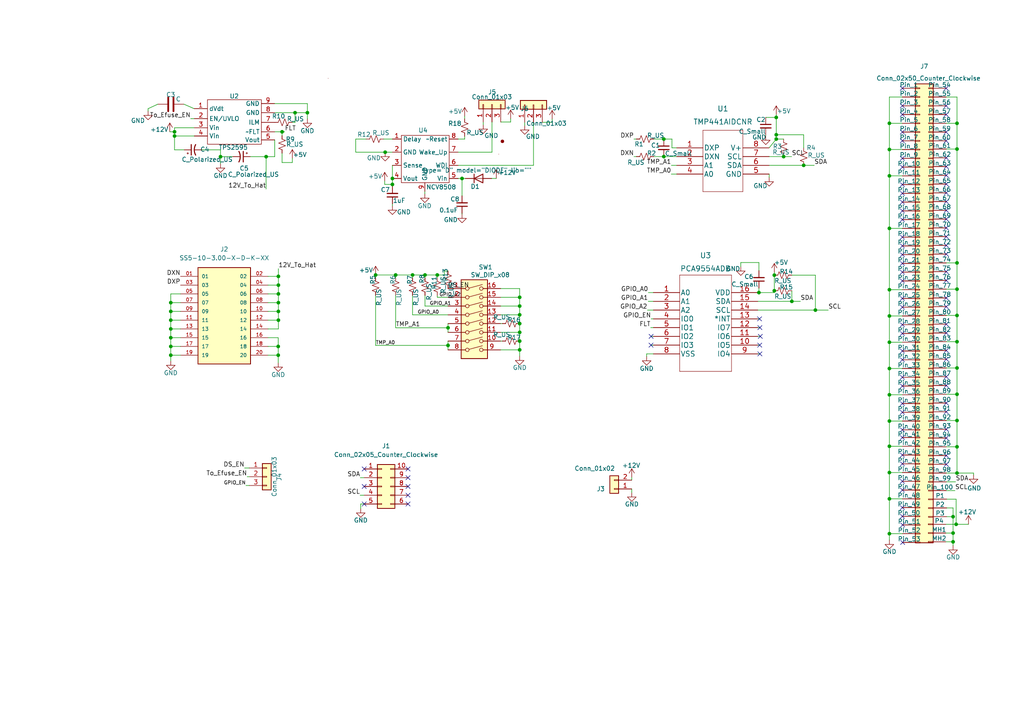
<source format=kicad_sch>
(kicad_sch (version 20211123) (generator eeschema)
  (paper "A4")
  (title_block (title "PERRI Board") (rev "0"))
  (junction (at 224.5868 79.8068))
  (junction (at 229.6668 87.4014))
  (junction (at 277.5712 35.7632))
  (junction (at 49.53 97.9424))
  (junction (at 134.0104 51.7652))
  (junction (at 108.9406 79.756))
  (junction (at 50.6222 38.227))
  (junction (at 80.7466 85.2424))
  (junction (at 220.1164 84.8614))
  (junction (at 77.1906 45.4406))
  (junction (at 150.7236 88.773))
  (junction (at 150.7236 93.853))
  (junction (at 257.9624 99.2632))
  (junction (at 80.6958 100.4824))
  (junction (at 257.9624 122.1232))
  (junction (at 257.9624 154.7876))
  (junction (at 257.9624 66.2432))
  (junction (at 49.53 100.4824))
  (junction (at 150.7236 101.473))
  (junction (at 257.9624 51.0032))
  (junction (at 49.53 87.7824))
  (junction (at 81.8134 38.227))
  (junction (at 129.9464 95.0722))
  (junction (at 49.53 95.4024))
  (junction (at 49.53 92.8624))
  (junction (at 192.532 45.4152))
  (junction (at 257.9624 137.0584))
  (junction (at 192.532 40.3352))
  (junction (at 227.2792 45.4152))
  (junction (at 50.6222 39.4462))
  (junction (at 257.9624 129.4384))
  (junction (at 257.9624 114.5032))
  (junction (at 277.5712 43.2308))
  (junction (at 63.9572 45.4406))
  (junction (at 225.1456 34.0614))
  (junction (at 80.7466 87.7824))
  (junction (at 257.9624 106.8832))
  (junction (at 80.7466 90.3224))
  (junction (at 49.53 90.3224))
  (junction (at 80.7466 80.1624))
  (junction (at 277.5712 121.9708))
  (junction (at 225.1456 39.0906))
  (junction (at 85.5726 32.6898))
  (junction (at 257.9624 91.6432))
  (junction (at 119.6594 79.756))
  (junction (at 113.8174 53.4924))
  (junction (at 277.3172 152.0698))
  (junction (at 276.4282 154.6098))
  (junction (at 49.53 103.0224))
  (junction (at 257.9624 43.3578))
  (junction (at 225.1456 40.3352))
  (junction (at 277.5712 76.2508))
  (junction (at 80.7466 92.8624))
  (junction (at 150.7236 96.393))
  (junction (at 114.7572 79.756))
  (junction (at 89.154 32.6898))
  (junction (at 126.8222 79.756))
  (junction (at 257.9624 35.7632))
  (junction (at 277.5712 114.3508))
  (junction (at 123.2662 79.756))
  (junction (at 277.5712 137.2108))
  (junction (at 277.5712 129.5908))
  (junction (at 257.9624 84.0232))
  (junction (at 277.5712 83.8708))
  (junction (at 224.5868 84.328))
  (junction (at 129.9464 100.1776))
  (junction (at 277.5712 99.1108))
  (junction (at 150.7236 98.933))
  (junction (at 276.4282 149.86))
  (junction (at 277.5712 106.7308))
  (junction (at 257.9624 144.6784))
  (junction (at 277.5712 91.4908))
  (junction (at 150.7236 91.313))
  (junction (at 150.7236 86.233))
  (junction (at 236.4994 89.9414))
  (junction (at 80.6958 103.0224))
  (junction (at 276.4282 157.1498))
  (junction (at 80.7466 82.7024))
  (junction (at 113.8174 51.7652))
  (junction (at 233.0958 47.9552))
  (junction (at 111.7092 44.1452))
  (no_connect (at 274.4724 66.0908))
  (no_connect (at 261.7216 30.6832))
  (no_connect (at 118.3386 136.017))
  (no_connect (at 274.4724 94.0308))
  (no_connect (at 118.3386 138.557))
  (no_connect (at 261.7216 96.7232))
  (no_connect (at 274.4724 111.8108))
  (no_connect (at 274.4724 81.3308))
  (no_connect (at 274.4724 116.8908))
  (no_connect (at 261.7216 94.1832))
  (no_connect (at 261.7216 25.6032))
  (no_connect (at 274.4724 109.2708))
  (no_connect (at 261.7216 86.5632))
  (no_connect (at 274.4724 45.7708))
  (no_connect (at 261.7216 142.1384))
  (no_connect (at 274.4724 127.0508))
  (no_connect (at 261.7216 33.2232))
  (no_connect (at 261.7216 117.0432))
  (no_connect (at 274.4724 96.5708))
  (no_connect (at 118.3386 141.097))
  (no_connect (at 261.7216 40.8432))
  (no_connect (at 261.7216 119.5832))
  (no_connect (at 105.6386 146.177))
  (no_connect (at 274.4724 78.7908))
  (no_connect (at 261.7216 58.6232))
  (no_connect (at 105.6386 141.097))
  (no_connect (at 188.8236 100.1014))
  (no_connect (at 188.849 97.5614))
  (no_connect (at 274.4724 53.3908))
  (no_connect (at 261.7216 139.5984))
  (no_connect (at 274.4724 104.1908))
  (no_connect (at 274.4724 101.6508))
  (no_connect (at 274.4724 61.0108))
  (no_connect (at 261.7216 53.5432))
  (no_connect (at 274.4724 73.7108))
  (no_connect (at 274.4724 119.4308))
  (no_connect (at 261.7216 71.3232))
  (no_connect (at 261.7216 126.8984))
  (no_connect (at 261.7216 76.4032))
  (no_connect (at 261.7978 152.2476))
  (no_connect (at 274.4724 71.1708))
  (no_connect (at 261.7216 61.1632))
  (no_connect (at 261.7216 134.5184))
  (no_connect (at 261.7216 68.7832))
  (no_connect (at 118.3386 146.177))
  (no_connect (at 261.7216 147.2184))
  (no_connect (at 261.7216 78.9432))
  (no_connect (at 274.4724 68.6308))
  (no_connect (at 118.3386 143.637))
  (no_connect (at 274.4724 88.9508))
  (no_connect (at 261.7216 104.3432))
  (no_connect (at 261.7216 81.4832))
  (no_connect (at 261.7216 109.4232))
  (no_connect (at 274.4724 63.5508))
  (no_connect (at 274.4216 25.6032))
  (no_connect (at 274.4216 30.6832))
  (no_connect (at 274.4724 134.6708))
  (no_connect (at 274.4216 33.2232))
  (no_connect (at 261.7216 124.6632))
  (no_connect (at 261.7216 56.0832))
  (no_connect (at 274.4724 48.3108))
  (no_connect (at 274.4724 55.9308))
  (no_connect (at 261.7216 73.8632))
  (no_connect (at 261.7216 131.9784))
  (no_connect (at 220.5228 97.5614))
  (no_connect (at 220.345 100.1014))
  (no_connect (at 220.3958 95.0214))
  (no_connect (at 220.2942 92.4814))
  (no_connect (at 220.3958 102.6414))
  (no_connect (at 261.7216 63.7032))
  (no_connect (at 261.7216 111.9632))
  (no_connect (at 274.4724 50.8508))
  (no_connect (at 274.4216 40.8432))
  (no_connect (at 261.7216 48.4632))
  (no_connect (at 274.4724 58.4708))
  (no_connect (at 105.6386 136.017))
  (no_connect (at 261.7216 38.3032))
  (no_connect (at 261.7216 89.1032))
  (no_connect (at 274.4216 38.3032))
  (no_connect (at 274.4724 124.5108))
  (no_connect (at 274.4724 86.4108))
  (no_connect (at 261.7216 149.7584))
  (no_connect (at 261.7216 45.9232))
  (no_connect (at 261.7978 157.3276))
  (no_connect (at 274.4724 132.1308))
  (no_connect (at 261.7216 101.8032))
  (wire (pts (xy 223.0882 42.8752) (xy 225.1456 40.3352)))
  (wire (pts (xy 145.2372 35.3822) (xy 148.1074 35.3822)))
  (wire (pts (xy 274.4724 137.2108) (xy 277.5712 137.2108)))
  (wire (pts (xy 49.53 100.4824) (xy 49.53 103.0224)))
  (wire (pts (xy 119.6594 79.756) (xy 119.6594 80.5942)))
  (wire (pts (xy 49.53 90.3224) (xy 49.53 92.8624)))
  (wire (pts (xy 219.7862 92.4814) (xy 220.2942 92.4814)))
  (wire (pts (xy 80.7466 87.7824) (xy 80.7466 90.3224)))
  (wire (pts (xy 160.147 34.5694) (xy 160.147 35.4838)))
  (wire (pts (xy 126.8222 79.756) (xy 128.8542 79.756)))
  (wire (pts (xy 72.5932 45.4406) (xy 77.1906 45.4406)))
  (wire (pts (xy 219.7862 95.0214) (xy 220.3958 95.0214)))
  (wire (pts (xy 150.7236 96.393) (xy 150.7236 98.933)))
  (wire (pts (xy 80.7466 85.2424) (xy 80.7466 87.7824)))
  (wire (pts (xy 224.5868 79.8068) (xy 224.5868 84.328)))
  (wire (pts (xy 150.7236 98.933) (xy 150.7236 101.473)))
  (wire (pts (xy 154.7368 47.9552) (xy 154.7368 35.4838)))
  (wire (pts (xy 274.4724 142.2908) (xy 276.987 142.2908)))
  (wire (pts (xy 257.9624 122.1232) (xy 257.9624 129.4384)))
  (wire (pts (xy 277.5712 91.4908) (xy 277.5712 83.8708)))
  (wire (pts (xy 104.4956 138.557) (xy 105.6386 138.557)))
  (wire (pts (xy 219.7862 89.9414) (xy 236.4994 89.9414)))
  (wire (pts (xy 257.9624 129.4384) (xy 257.9624 137.0584)))
  (wire (pts (xy 257.9624 137.0584) (xy 257.9624 144.6784)))
  (wire (pts (xy 140.1572 35.3822) (xy 140.1572 36.1696)))
  (wire (pts (xy 63.9572 45.4406) (xy 63.9572 43.4594)))
  (wire (pts (xy 49.53 92.8624) (xy 52.3494 92.8624)))
  (wire (pts (xy 257.9624 129.4384) (xy 261.7216 129.4384)))
  (wire (pts (xy 79.6798 32.6898) (xy 85.5726 32.6898)))
  (wire (pts (xy 277.5712 114.3508) (xy 277.5712 106.7308)))
  (wire (pts (xy 49.53 87.7824) (xy 49.53 90.3224)))
  (wire (pts (xy 145.1864 86.233) (xy 150.7236 86.233)))
  (wire (pts (xy 103.1748 40.3352) (xy 103.1748 44.1452)))
  (wire (pts (xy 224.5868 78.9686) (xy 224.5868 79.8068)))
  (wire (pts (xy 277.5712 99.1108) (xy 277.5712 106.7308)))
  (wire (pts (xy 196.2658 42.8752) (xy 194.8942 42.8752)))
  (wire (pts (xy 274.574 149.86) (xy 276.4282 149.86)))
  (wire (pts (xy 119.6594 91.313) (xy 129.9464 91.313)))
  (wire (pts (xy 183.8706 45.4152) (xy 184.5564 45.4152)))
  (wire (pts (xy 225.1456 33.2486) (xy 225.1456 34.0614)))
  (wire (pts (xy 49.2506 38.227) (xy 50.6222 38.227)))
  (wire (pts (xy 188.722 95.0214) (xy 189.5094 95.0214)))
  (wire (pts (xy 274.4724 83.8708) (xy 277.5712 83.8708)))
  (wire (pts (xy 189.6364 40.3352) (xy 192.532 40.3352)))
  (wire (pts (xy 188.8236 100.1014) (xy 189.5094 100.1014)))
  (wire (pts (xy 152.1968 35.4838) (xy 152.1968 36.4236)))
  (wire (pts (xy 189.6364 45.4152) (xy 192.532 45.4152)))
  (wire (pts (xy 89.154 30.0482) (xy 89.154 32.6898)))
  (wire (pts (xy 104.4448 143.637) (xy 105.6386 143.637)))
  (wire (pts (xy 89.154 32.6898) (xy 89.154 34.4678)))
  (wire (pts (xy 80.7466 92.8624) (xy 80.7466 95.4024)))
  (wire (pts (xy 145.1864 88.773) (xy 150.7236 88.773)))
  (wire (pts (xy 81.8134 44.4246) (xy 81.8134 47.1424)))
  (wire (pts (xy 134.0104 62.0776) (xy 134.0104 61.8744)))
  (wire (pts (xy 106.1974 40.3352) (xy 103.1748 40.3352)))
  (wire (pts (xy 63.9572 45.4406) (xy 67.5132 45.4406)))
  (wire (pts (xy 63.9572 43.4594) (xy 58.5216 43.4594)))
  (wire (pts (xy 222.0976 39.1414) (xy 222.0976 39.3954)))
  (wire (pts (xy 220.1164 83.566) (xy 220.1164 84.8614)))
  (wire (pts (xy 225.1456 34.0614) (xy 222.0976 34.0614)))
  (wire (pts (xy 105.6386 146.177) (xy 104.6226 146.177)))
  (wire (pts (xy 119.6594 79.756) (xy 114.7572 79.756)))
  (wire (pts (xy 261.239 43.3578) (xy 261.7216 43.3832)))
  (wire (pts (xy 257.9624 84.0232) (xy 257.9624 66.2432)))
  (wire (pts (xy 129.9464 100.1776) (xy 129.9464 98.933)))
  (wire (pts (xy 188.849 97.5614) (xy 189.5094 97.5614)))
  (wire (pts (xy 219.7862 97.5614) (xy 220.5228 97.5614)))
  (wire (pts (xy 257.9624 99.2632) (xy 257.9624 91.6432)))
  (wire (pts (xy 257.9624 91.6432) (xy 257.9624 84.0232)))
  (wire (pts (xy 77.7494 97.9424) (xy 80.6958 97.9424)))
  (wire (pts (xy 277.5712 28.1432) (xy 277.5712 35.7632)))
  (wire (pts (xy 257.9624 106.8832) (xy 261.7216 106.8832)))
  (wire (pts (xy 274.4724 106.7308) (xy 277.5712 106.7308)))
  (wire (pts (xy 113.8174 51.7652) (xy 113.8174 53.4924)))
  (wire (pts (xy 274.32 154.6098) (xy 276.4282 154.6098)))
  (wire (pts (xy 52.3494 85.2424) (xy 49.53 85.2424)))
  (wire (pts (xy 276.4282 149.86) (xy 276.4282 154.6098)))
  (wire (pts (xy 108.9406 85.6742) (xy 108.9406 100.1776)))
  (wire (pts (xy 71.6788 138.2776) (xy 72.2884 138.2776)))
  (wire (pts (xy 225.1456 39.0906) (xy 225.1456 40.3352)))
  (wire (pts (xy 236.4994 89.9414) (xy 240.2332 89.9414)))
  (wire (pts (xy 77.7494 92.8624) (xy 80.7466 92.8624)))
  (wire (pts (xy 277.3172 144.78) (xy 277.3172 152.0698)))
  (wire (pts (xy 274.574 147.32) (xy 276.4282 147.32)))
  (wire (pts (xy 274.574 144.78) (xy 277.3172 144.78)))
  (wire (pts (xy 145.1864 96.393) (xy 150.7236 96.393)))
  (wire (pts (xy 223.0882 47.9552) (xy 233.0958 47.9552)))
  (wire (pts (xy 134.7724 33.7058) (xy 134.7724 34.4678)))
  (wire (pts (xy 123.2662 85.6742) (xy 123.2662 88.773)))
  (wire (pts (xy 128.8542 78.613) (xy 129.9464 78.613)))
  (wire (pts (xy 56.3626 37.0586) (xy 50.6222 37.0586)))
  (wire (pts (xy 49.53 95.4024) (xy 49.53 97.9424)))
  (wire (pts (xy 126.8222 86.233) (xy 129.9464 86.233)))
  (wire (pts (xy 126.8222 85.6742) (xy 126.8222 86.233)))
  (wire (pts (xy 229.6668 79.8068) (xy 236.4994 79.8068)))
  (wire (pts (xy 233.0958 39.0906) (xy 225.1456 39.0906)))
  (wire (pts (xy 257.9624 122.1232) (xy 261.7216 122.1232)))
  (wire (pts (xy 150.7236 86.233) (xy 150.7236 88.773)))
  (wire (pts (xy 257.9624 106.8832) (xy 257.9624 114.5032)))
  (wire (pts (xy 77.7494 80.1624) (xy 80.7466 80.1624)))
  (wire (pts (xy 143.9418 51.7652) (xy 142.5956 51.7652)))
  (wire (pts (xy 183.8706 40.3352) (xy 184.5564 40.3352)))
  (wire (pts (xy 225.1456 34.0614) (xy 225.1456 39.0906)))
  (wire (pts (xy 77.7494 90.3224) (xy 80.7466 90.3224)))
  (wire (pts (xy 274.4724 114.3508) (xy 277.5712 114.3508)))
  (wire (pts (xy 55.2958 34.417) (xy 56.3626 34.417)))
  (wire (pts (xy 192.532 40.3352) (xy 194.8942 40.3352)))
  (wire (pts (xy 111.5822 52.5272) (xy 111.5822 53.4924)))
  (wire (pts (xy 85.5726 32.6898) (xy 89.154 32.6898)))
  (wire (pts (xy 219.7862 87.4014) (xy 229.6668 87.4014)))
  (wire (pts (xy 257.9624 114.5032) (xy 261.7216 114.5032)))
  (wire (pts (xy 223.0882 50.4952) (xy 223.0882 51.435)))
  (wire (pts (xy 257.9624 51.0032) (xy 257.9624 43.3578)))
  (wire (pts (xy 113.8174 53.4924) (xy 113.8174 54.0766)))
  (wire (pts (xy 49.53 85.2424) (xy 49.53 87.7824)))
  (wire (pts (xy 132.8674 47.9552) (xy 154.7368 47.9552)))
  (wire (pts (xy 45.7454 30.226) (xy 42.9514 31.5214)))
  (wire (pts (xy 257.9624 28.1432) (xy 261.7216 28.1432)))
  (wire (pts (xy 114.7572 95.0722) (xy 129.9464 95.0722)))
  (wire (pts (xy 274.4724 129.5908) (xy 277.5712 129.5908)))
  (wire (pts (xy 145.1864 98.933) (xy 145.6436 98.933)))
  (wire (pts (xy 84.7598 35.4838) (xy 85.5726 35.4838)))
  (wire (pts (xy 108.9406 100.1776) (xy 129.9464 100.1776)))
  (wire (pts (xy 53.3654 30.226) (xy 56.3118 31.5214)))
  (wire (pts (xy 111.7092 44.1452) (xy 113.8174 44.1452)))
  (wire (pts (xy 229.6668 87.4014) (xy 232.156 87.4014)))
  (wire (pts (xy 277.5712 83.8708) (xy 277.5712 76.2508)))
  (wire (pts (xy 81.8134 38.227) (xy 81.8134 39.3446)))
  (wire (pts (xy 257.9624 99.2632) (xy 261.7216 99.2632)))
  (wire (pts (xy 77.7494 95.4024) (xy 80.7466 95.4024)))
  (wire (pts (xy 128.8542 79.756) (xy 128.8542 78.613)))
  (wire (pts (xy 220.1164 84.8614) (xy 224.5868 84.8614)))
  (wire (pts (xy 49.53 103.0224) (xy 52.3494 103.0224)))
  (wire (pts (xy 123.2662 88.773) (xy 129.9464 88.773)))
  (wire (pts (xy 257.9624 144.6784) (xy 257.9624 154.7876)))
  (wire (pts (xy 129.9464 95.0722) (xy 129.9464 96.393)))
  (wire (pts (xy 113.8174 53.4924) (xy 111.5822 53.4924)))
  (wire (pts (xy 183.2356 142.875) (xy 183.2356 141.8082)))
  (wire (pts (xy 49.53 95.4024) (xy 52.3494 95.4024)))
  (wire (pts (xy 277.3172 152.0698) (xy 280.8986 152.0698)))
  (wire (pts (xy 214.8586 76.1492) (xy 220.1164 76.1492)))
  (wire (pts (xy 257.9624 51.0032) (xy 261.7216 51.0032)))
  (wire (pts (xy 123.2662 79.756) (xy 119.6594 79.756)))
  (wire (pts (xy 219.7862 102.6414) (xy 220.3958 102.6414)))
  (wire (pts (xy 150.7236 83.693) (xy 150.7236 86.233)))
  (wire (pts (xy 257.9624 156.6418) (xy 257.9624 154.7876)))
  (wire (pts (xy 150.7236 93.853) (xy 150.7236 96.393)))
  (wire (pts (xy 188.849 92.4814) (xy 189.5094 92.4814)))
  (wire (pts (xy 227.2792 40.3352) (xy 225.1456 40.3352)))
  (wire (pts (xy 277.5712 137.2108) (xy 277.5712 129.5908)))
  (wire (pts (xy 134.0104 56.7944) (xy 134.0104 51.7652)))
  (wire (pts (xy 188.0362 84.8614) (xy 189.5094 84.8614)))
  (wire (pts (xy 157.2768 35.4838) (xy 160.147 35.4838)))
  (wire (pts (xy 274.4724 121.9708) (xy 277.5712 121.9708)))
  (wire (pts (xy 123.2662 79.756) (xy 123.2662 80.5942)))
  (wire (pts (xy 150.7236 101.473) (xy 150.7236 103.2764)))
  (wire (pts (xy 274.4724 43.2308) (xy 277.5712 43.2308)))
  (wire (pts (xy 282.3718 137.2108) (xy 282.3718 137.7188)))
  (wire (pts (xy 104.6226 146.177) (xy 104.6226 147.4978)))
  (wire (pts (xy 126.8222 79.756) (xy 123.2662 79.756)))
  (wire (pts (xy 233.0958 47.9552) (xy 236.1692 47.9552)))
  (wire (pts (xy 277.5712 121.9708) (xy 277.5712 114.3508)))
  (wire (pts (xy 114.7572 79.756) (xy 114.7572 80.5942)))
  (wire (pts (xy 233.0958 42.8752) (xy 233.0958 39.0906)))
  (wire (pts (xy 84.7852 45.9232) (xy 84.7852 47.1424)))
  (wire (pts (xy 274.4216 28.1432) (xy 277.5712 28.1432)))
  (wire (pts (xy 49.53 97.9424) (xy 49.53 100.4824)))
  (wire (pts (xy 80.7466 80.1624) (xy 80.7466 82.7024)))
  (wire (pts (xy 274.4724 99.1108) (xy 277.5712 99.1108)))
  (wire (pts (xy 77.7494 103.0224) (xy 80.6958 103.0224)))
  (wire (pts (xy 220.1164 76.1492) (xy 220.1164 78.486)))
  (wire (pts (xy 142.6972 44.1452) (xy 142.6972 35.3822)))
  (wire (pts (xy 126.8222 79.756) (xy 126.8222 80.5942)))
  (wire (pts (xy 77.7494 82.7024) (xy 80.7466 82.7024)))
  (wire (pts (xy 145.1864 91.313) (xy 150.7236 91.313)))
  (wire (pts (xy 194.7164 47.9552) (xy 196.2658 47.9552)))
  (wire (pts (xy 257.9624 114.5032) (xy 257.9624 122.1232)))
  (wire (pts (xy 77.7494 85.2424) (xy 80.7466 85.2424)))
  (wire (pts (xy 192.532 45.4152) (xy 196.2658 45.4152)))
  (wire (pts (xy 183.2356 139.2682) (xy 183.2356 138.4808)))
  (wire (pts (xy 49.53 90.3224) (xy 52.3494 90.3224)))
  (wire (pts (xy 80.6958 103.0224) (xy 80.6958 105.2068)))
  (wire (pts (xy 227.2792 45.4152) (xy 229.616 45.4152)))
  (wire (pts (xy 79.629 30.0482) (xy 89.154 30.0482)))
  (wire (pts (xy 187.5536 102.6414) (xy 187.5536 103.378)))
  (wire (pts (xy 111.2774 40.3352) (xy 113.8174 40.3352)))
  (wire (pts (xy 277.5712 43.2308) (xy 277.5712 76.2508)))
  (wire (pts (xy 257.9624 43.3578) (xy 257.9624 35.7632)))
  (wire (pts (xy 229.6668 84.328) (xy 229.6668 87.4014)))
  (wire (pts (xy 49.53 100.4824) (xy 52.3494 100.4824)))
  (wire (pts (xy 274.32 157.1498) (xy 276.4282 157.1498)))
  (wire (pts (xy 56.3626 39.4462) (xy 50.6222 39.4462)))
  (wire (pts (xy 145.1864 101.473) (xy 150.7236 101.473)))
  (wire (pts (xy 277.5712 137.2108) (xy 282.3718 137.2108)))
  (wire (pts (xy 134.0104 51.7652) (xy 134.9756 51.7652)))
  (wire (pts (xy 150.7236 91.313) (xy 150.7236 93.853)))
  (wire (pts (xy 50.6222 43.4594) (xy 53.4416 43.4594)))
  (wire (pts (xy 129.9464 93.853) (xy 129.9464 95.0722)))
  (wire (pts (xy 49.53 97.9424) (xy 52.3494 97.9424)))
  (wire (pts (xy 79.6798 38.227) (xy 81.8134 38.227)))
  (wire (pts (xy 80.7466 90.3224) (xy 80.7466 92.8624)))
  (wire (pts (xy 50.6222 38.227) (xy 50.6222 39.4462)))
  (wire (pts (xy 276.4282 154.6098) (xy 276.4282 157.1498)))
  (wire (pts (xy 77.1652 54.8386) (xy 77.1906 45.4406)))
  (wire (pts (xy 277.5712 35.7632) (xy 277.5712 43.2308)))
  (wire (pts (xy 274.4216 35.7632) (xy 277.5712 35.7632)))
  (wire (pts (xy 223.0882 45.4152) (xy 227.2792 45.4152)))
  (wire (pts (xy 49.53 92.8624) (xy 49.53 95.4024)))
  (wire (pts (xy 81.8134 47.1424) (xy 84.7852 47.1424)))
  (wire (pts (xy 219.7862 84.8614) (xy 220.1164 84.8614)))
  (wire (pts (xy 132.8674 40.3352) (xy 134.7724 40.3352)))
  (wire (pts (xy 188.0108 87.4014) (xy 189.5094 87.4014)))
  (wire (pts (xy 123.2154 55.5244) (xy 123.2154 56.2102)))
  (wire (pts (xy 145.1864 93.853) (xy 145.6436 93.853)))
  (wire (pts (xy 113.8174 59.1566) (xy 113.8174 59.69)))
  (wire (pts (xy 114.7572 79.756) (xy 108.9406 79.756)))
  (wire (pts (xy 79.6798 40.5638) (xy 79.6798 45.4406)))
  (wire (pts (xy 257.9624 84.0232) (xy 261.7216 84.0232)))
  (wire (pts (xy 257.9624 66.2432) (xy 257.9624 51.0032)))
  (wire (pts (xy 189.5094 102.6414) (xy 187.5536 102.6414)))
  (wire (pts (xy 50.6222 39.4462) (xy 50.6222 43.4594)))
  (wire (pts (xy 274.32 152.0698) (xy 277.3172 152.0698)))
  (wire (pts (xy 224.5868 84.328) (xy 224.5868 84.8614)))
  (wire (pts (xy 108.9406 79.756) (xy 108.9406 80.5942)))
  (wire (pts (xy 49.53 87.7824) (xy 52.3494 87.7824)))
  (wire (pts (xy 276.4282 157.1498) (xy 276.4282 158.242)))
  (wire (pts (xy 72.2884 140.8176) (xy 71.3232 140.8176)))
  (wire (pts (xy 219.7862 100.1014) (xy 220.345 100.1014)))
  (wire (pts (xy 77.1906 45.4406) (xy 79.6798 45.4406)))
  (wire (pts (xy 70.9168 135.7376) (xy 72.2884 135.7376)))
  (wire (pts (xy 50.6222 37.0586) (xy 50.6222 38.227)))
  (wire (pts (xy 194.691 50.4952) (xy 196.2658 50.4952)))
  (wire (pts (xy 77.7494 100.4824) (xy 80.6958 100.4824)))
  (wire (pts (xy 277.5712 91.4908) (xy 277.5712 99.1108)))
  (wire (pts (xy 187.7822 89.9414) (xy 189.5094 89.9414)))
  (wire (pts (xy 80.6958 100.4824) (xy 80.6958 103.0224)))
  (wire (pts (xy 119.6594 85.6742) (xy 119.6594 91.313)))
  (wire (pts (xy 80.7466 77.9272) (xy 80.7466 80.1624)))
  (wire (pts (xy 103.1748 44.1452) (xy 111.7092 44.1452)))
  (wire (pts (xy 49.53 103.0224) (xy 49.53 104.6734)))
  (wire (pts (xy 257.9624 144.6784) (xy 261.7216 144.6784)))
  (wire (pts (xy 85.5726 35.4838) (xy 85.5726 32.6898)))
  (wire (pts (xy 257.9624 35.7632) (xy 261.7216 35.7632)))
  (wire (pts (xy 261.7216 91.6432) (xy 257.9624 91.6432)))
  (wire (pts (xy 129.9464 101.473) (xy 129.9464 100.1776)))
  (wire (pts (xy 257.9624 154.7876) (xy 261.7978 154.7876)))
  (wire (pts (xy 257.9624 137.0584) (xy 261.7216 137.0584)))
  (wire (pts (xy 214.8586 76.1492) (xy 214.8586 77.343)))
  (wire (pts (xy 80.7466 82.7024) (xy 80.7466 85.2424)))
  (wire (pts (xy 132.8674 44.1452) (xy 142.6972 44.1452)))
  (wire (pts (xy 132.8674 51.7652) (xy 134.0104 51.7652)))
  (wire (pts (xy 81.8134 38.227) (xy 82.5754 38.227)))
  (wire (pts (xy 114.7572 85.6742) (xy 114.7572 95.0722)))
  (wire (pts (xy 274.4724 139.7508) (xy 277.1648 139.7508)))
  (wire (pts (xy 42.9514 31.5214) (xy 42.9514 32.2072)))
  (wire (pts (xy 80.6958 97.9424) (xy 80.6958 100.4824)))
  (wire (pts (xy 134.7724 39.5478) (xy 134.7724 40.3352)))
  (wire (pts (xy 145.1864 83.693) (xy 150.7236 83.693)))
  (wire (pts (xy 236.4994 79.8068) (xy 236.4994 89.9414)))
  (wire (pts (xy 274.4724 76.2508) (xy 277.5712 76.2508)))
  (wire (pts (xy 257.9624 43.3578) (xy 261.239 43.3578)))
  (wire (pts (xy 274.4724 91.4908) (xy 277.5712 91.4908)))
  (wire (pts (xy 277.5712 129.5908) (xy 277.5712 121.9708)))
  (wire (pts (xy 63.9572 45.4406) (xy 63.9572 47.4726)))
  (wire (pts (xy 150.7236 88.773) (xy 150.7236 91.313)))
  (wire (pts (xy 148.1074 34.4678) (xy 148.1074 35.3822)))
  (wire (pts (xy 113.8174 47.9552) (xy 113.8174 51.7652)))
  (wire (pts (xy 261.7216 66.2432) (xy 257.9624 66.2432)))
  (wire (pts (xy 257.9624 99.2632) (xy 257.9624 106.8832)))
  (wire (pts (xy 194.8942 42.8752) (xy 194.8942 40.3352)))
  (wire (pts (xy 77.7494 87.7824) (xy 80.7466 87.7824)))
  (wire (pts (xy 276.4282 147.32) (xy 276.4282 149.86)))
  (wire (pts (xy 257.9624 35.7632) (xy 257.9624 28.1432)))
  (label "GPIO_A0" (at 121.0818 91.313 0) (effects (font (size 1 1))))
  (label "FLT" (at 188.722 95.0214 180))
  (label "DS_EN" (at 129.9464 83.693 0))
  (label "GPIO_EN" (at 188.849 92.4814 180))
  (label "SDA" (at 277.1648 139.7508 0))
  (label "SCL" (at 276.987 142.2908 0))
  (label "12V_To_Hat" (at 80.7466 77.9272 0))
  (label "GPIO_A2" (at 127.381 86.233 0) (effects (font (size 1 1))))
  (label "GPIO_A0" (at 188.0362 84.8614 180))
  (label "GPIO_A2" (at 187.7822 89.9414 180))
  (label "TMP_A1" (at 114.7572 95.0722 0))
  (label "To_Efuse_EN" (at 71.6788 138.2776 180))
  (label "SCL" (at 104.4448 143.637 180))
  (label "GPIO_A1" (at 124.587 88.773 0) (effects (font (size 1 1))))
  (label "To_Efuse_EN" (at 55.2958 34.417 180))
  (label "SCL" (at 240.2332 89.9414 0))
  (label "GPIO_EN" (at 71.3232 140.8176 180) (effects (font (size 1 1))))
  (label "DS_EN" (at 70.9168 135.7376 180))
  (label "GPIO_A1" (at 188.0108 87.4014 180))
  (label "12V_To_Hat" (at 77.1652 54.8386 180))
  (label "TMP_A0" (at 194.691 50.4952 180))
  (label "DXP" (at 183.8706 40.3352 180))
  (label "SCL" (at 229.616 45.4152 0))
  (label "DXN" (at 52.3494 80.1624 180))
  (label "TMP_A1" (at 194.7164 47.9552 180))
  (label "SDA" (at 104.4956 138.557 180))
  (label "DXP" (at 52.3494 82.7024 180))
  (label "SDA" (at 236.1692 47.9552 0))
  (label "FLT" (at 82.5754 38.227 0))
  (label "SDA" (at 232.156 87.4014 0))
  (label "TMP_A0" (at 108.9406 100.1776 0) (effects (font (size 1 1))))
  (label "DXN" (at 183.8706 45.4152 180))
  (symbol (lib_id "power:+12V") (at 280.8986 152.0698 0) (unit 1)
    (property "Reference" "#PWR032" (effects hide))
    (property "Value" "+12V" (at 280.5176 148.4884 0))
  )
  (symbol (lib_id "power:+12V") (at 49.2506 38.227 0) (unit 1)
    (property "Reference" "#PWR08" (effects hide))
    (property "Value" "+12V" (at 46.2026 37.5666 0))
  )
  (symbol (lib_id "Connector_Generic:Conn_01x02") (at 178.1556 141.8082 180) (unit 1)
    (property "Reference" "J3" (at 175.4632 141.8083 0) (effects (justify left)))
    (property "Value" "Conn_01x02" (at 178.3842 135.8646 0) (effects (justify left)))
    (property "Footprint" "footprints:1757242" (effects hide))
  )
  (symbol (lib_id "power:GND") (at 80.6958 105.2068 0) (unit 1)
    (property "Reference" "#PWR03" (effects hide))
    (property "Value" "GND" (at 80.6958 108.6866 0))
  )
  (symbol (lib_id "Device:C") (at 49.5554 30.226 270) (unit 1)
    (property "Reference" "C3" (at 49.53 27.4574 90))
    (property "Value" "C" (at 51.7144 28.7528 90))
    (property "Footprint" "Capacitor_SMD:C_0805_2012Metric" (effects hide))
  )
  (symbol (lib_id "Connector_Generic:Conn_01x03") (at 77.3684 138.2776 0) (unit 1)
    (property "Reference" "J4" (at 80.9752 137.1346 90) (effects (justify right)))
    (property "Value" "Conn_01x03" (at 79.5528 132.3594 90) (effects (justify right)))
    (property "Footprint" "Connector_PinHeader_2.54mm:PinHeader_1x03_P2.54mm_Vertical" (effects hide))
  )
  (symbol (lib_id "power:GND") (at 150.7236 103.2764 0) (unit 1)
    (property "Reference" "#PWR022" (effects hide))
    (property "Value" "GND" (at 150.749 106.6292 0))
  )
  (symbol (lib_id "power:+5V") (at 225.1456 33.2486 0) (unit 1)
    (property "Reference" "#PWR06" (effects hide))
    (property "Value" "+5V" (at 227.33 32.2072 0))
  )
  (symbol (lib_id "Device:C_Small") (at 222.0976 36.6014 0) (unit 1)
    (property "Reference" "C2" (at 219.3544 34.6964 0) (effects (justify left)))
    (property "Value" "C_Small" (at 214.2744 38.1254 0) (effects (justify left)))
    (property "Footprint" "Capacitor_SMD:C_0805_2012Metric" (effects hide))
  )
  (symbol (lib_id "power:+12V") (at 143.9418 51.7652 0) (unit 1)
    (property "Reference" "#PWR026" (effects hide))
    (property "Value" "+12V" (at 147.066 50.0634 0))
  )
  (symbol (lib_id "Device:R_Small_US") (at 227.1268 84.328 90) (unit 1)
    (property "Reference" "R15" (at 230.0224 83.2866 90) (effects (justify left)))
    (property "Value" "R_US" (at 229.5652 85.9536 90) (effects (justify left)))
    (property "Footprint" "Resistor_SMD:R_0805_2012Metric" (effects hide))
  )
  (symbol (lib_id "Device:R_Small_US") (at 126.8222 83.1342 180) (unit 1)
    (property "Reference" "R11" (at 125.9332 80.0862 90) (effects (justify left)))
    (property "Value" "R_US" (at 128.5748 80.1116 90) (effects (justify left)))
    (property "Footprint" "Resistor_SMD:R_0805_2012Metric" (effects hide))
  )
  (symbol (lib_id "power:+5V") (at 160.147 34.5694 0) (mirror y) (unit 1)
    (property "Reference" "#PWR029" (effects hide))
    (property "Value" "+5V" (at 160.6042 31.2928 0))
  )
  (symbol (lib_id "Device:C_Polarized_Small_US") (at 70.0532 45.4406 270) (unit 1)
    (property "Reference" "C5" (at 70.8152 48.8188 90))
    (property "Value" "C_Polarized_US" (at 73.5076 50.5968 90))
    (property "Footprint" "Capacitor_SMD:C_1206_3216Metric" (effects hide))
  )
  (symbol (lib_id "Device:C_Small") (at 134.0104 59.3344 180) (unit 1)
    (property "Reference" "C8" (at 133.2992 57.7596 0) (effects (justify left)))
    (property "Value" "0.1uF" (at 132.8674 60.96 0) (effects (justify left)))
    (property "Footprint" "Capacitor_SMD:C_1206_3216Metric" (effects hide))
  )
  (symbol (lib_id "Device:R_Small_US") (at 187.0964 40.3352 90) (unit 1)
    (property "Reference" "R1" (at 186.69 41.8084 90) (effects (justify left)))
    (property "Value" "R_US" (at 192.659 39.2938 90) (effects (justify left)))
    (property "Footprint" "Resistor_SMD:R_0805_2012Metric" (effects hide))
  )
  (symbol (lib_id "Device:R_Small_US") (at 187.0964 45.4152 90) (unit 1)
    (property "Reference" "R2" (at 190.3222 44.45 90) (effects (justify left)))
    (property "Value" "R_US" (at 186.944 47.117 90) (effects (justify left)))
    (property "Footprint" "Resistor_SMD:R_0805_2012Metric" (effects hide))
  )
  (symbol (lib_id "power:GND") (at 276.4282 158.242 0) (unit 1)
    (property "Reference" "#PWR031" (effects hide))
    (property "Value" "GND" (at 276.4536 161.5948 0))
  )
  (symbol (lib_id "power:+5V") (at 111.5822 52.5272 0) (unit 1)
    (property "Reference" "#PWR017" (effects hide))
    (property "Value" "+5V" (at 108.8136 51.1302 0))
  )
  (symbol (lib_id "power:GND") (at 282.3718 137.7188 0) (unit 1)
    (property "Reference" "#PWR033" (effects hide))
    (property "Value" "GND" (at 282.575 141.605 0))
  )
  (symbol (lib_id "power:GND") (at 223.0882 51.435 0) (unit 1)
    (property "Reference" "#PWR05" (effects hide))
    (property "Value" "GND" (at 220.5482 53.8988 0))
  )
  (symbol (lib_id "power:+5V") (at 108.9406 79.756 0) (unit 1)
    (property "Reference" "#PWR013" (effects hide))
    (property "Value" "+5V" (at 106.172 78.359 0))
  )
  (symbol (lib_id "Connector_Generic:Conn_02x05_Counter_Clockwise") (at 110.7186 141.097 0) (unit 1)
    (property "Reference" "J1" (at 111.9886 129.3368 0))
    (property "Value" "Conn_02x05_Counter_Clockwise" (at 111.9886 131.8768 0))
    (property "Footprint" "footprints:302010030000" (effects hide))
  )
  (symbol (lib_id "PERRI_Symbols:NVC8508") (at 122.7074 46.6852 0) (unit 1)
    (property "Reference" "U4" (at 122.7074 37.7952 0))
    (property "Value" "NCV8508" (at 127.9652 54.2544 0))
    (property "Footprint" "Package_SO:SOIC-8-1EP_3.9x4.9mm_P1.27mm_EP2.514x3.2mm" (effects hide))
  )
  (symbol (lib_id "Device:R_Small_US") (at 108.9406 83.1342 180) (unit 1)
    (property "Reference" "R5" (at 108.1532 79.7814 90) (effects (justify left)))
    (property "Value" "R_US" (at 109.8804 83.7438 90) (effects (justify left)))
    (property "Footprint" "Resistor_SMD:R_0805_2012Metric" (effects hide))
  )
  (symbol (lib_id "Device:C_Small") (at 220.1164 81.026 180) (unit 1)
    (property "Reference" "C6" (at 218.567 80.2386 0) (effects (justify left)))
    (property "Value" "C_Small" (at 219.964 82.4484 0) (effects (justify left)))
    (property "Footprint" "Capacitor_SMD:C_0805_2012Metric" (effects hide))
  )
  (symbol (lib_id "power:GND") (at 134.0104 62.0776 0) (unit 1)
    (property "Reference" "#PWR023" (effects hide))
    (property "Value" "GND" (at 130.7338 63.754 0))
  )
  (symbol (lib_id "Device:R_Small_US") (at 148.1836 93.853 90) (unit 1)
    (property "Reference" "R16" (at 151.0792 92.8116 90) (effects (justify left)))
    (property "Value" "R_US" (at 148.0312 91.9734 90) (effects (justify left)))
    (property "Footprint" "Resistor_SMD:R_0805_2012Metric" (effects hide))
  )
  (symbol (lib_id "power:GND") (at 187.5536 103.378 0) (unit 1)
    (property "Reference" "#PWR09" (effects hide))
    (property "Value" "GND" (at 187.5536 106.8832 0))
  )
  (symbol (lib_id "Device:R_Small_US") (at 233.0958 45.4152 0) (unit 1)
    (property "Reference" "R4" (at 233.9086 42.8498 0) (effects (justify left)))
    (property "Value" "R_US" (at 234.2388 45.0342 0) (effects (justify left)))
    (property "Footprint" "Resistor_SMD:R_0805_2012Metric" (effects hide))
  )
  (symbol (lib_name "Conn_02x50_Counter_Clockwise_1") (lib_id "PERRI_Symbols:Conn_02x50_Counter_Clockwise") (at 266.8016 73.8632 0) (unit 1)
    (property "Reference" "J7" (at 268.0716 19.2532 0))
    (property "Value" "Conn_02x50_Counter_Clockwise" (at 269.3162 22.7076 0))
    (property "Footprint" "footprints:FX23100S05SH" (effects hide))
  )
  (symbol (lib_id "power:GND") (at 152.1968 36.4236 0) (unit 1)
    (property "Reference" "#PWR028" (effects hide))
    (property "Value" "GND" (at 154.559 39.5986 0))
  )
  (symbol (lib_id "power:GND") (at 113.8174 59.69 0) (unit 1)
    (property "Reference" "#PWR020" (effects hide))
    (property "Value" "GND" (at 117.1448 61.4934 0))
  )
  (symbol (lib_id "power:GND") (at 111.7092 44.1452 0) (unit 1)
    (property "Reference" "#PWR018" (effects hide))
    (property "Value" "GND" (at 108.4326 45.8216 0))
  )
  (symbol (lib_id "power:GND") (at 123.2154 56.2102 0) (unit 1)
    (property "Reference" "#PWR021" (effects hide))
    (property "Value" "GND" (at 123.1646 59.7154 0))
  )
  (symbol (lib_id "Device:R_Small_US") (at 123.2662 83.1342 180) (unit 1)
    (property "Reference" "R8" (at 122.4026 79.5274 90) (effects (justify left)))
    (property "Value" "R_US" (at 124.4092 82.1436 90) (effects (justify left)))
    (property "Footprint" "Resistor_SMD:R_0805_2012Metric" (effects hide))
  )
  (symbol (lib_id "power:GND") (at 183.2356 142.875 0) (unit 1)
    (property "Reference" "#PWR011" (effects hide))
    (property "Value" "GND" (at 183.261 146.2278 0))
  )
  (symbol (lib_id "power:+5V") (at 84.7852 45.9232 0) (unit 1)
    (property "Reference" "#PWR015" (effects hide))
    (property "Value" "+5V" (at 86.9696 44.8818 0))
  )
  (symbol (lib_id "power:GND") (at 140.1572 36.1696 0) (unit 1)
    (property "Reference" "#PWR025" (effects hide))
    (property "Value" "GND" (at 142.5194 39.3446 0))
  )
  (symbol (lib_id "Device:C_Small") (at 113.8174 56.6166 180) (unit 1)
    (property "Reference" "C7" (at 113.1062 55.0418 0) (effects (justify left)))
    (property "Value" "1uF" (at 117.602 58.166 0) (effects (justify left)))
    (property "Footprint" "Capacitor_SMD:C_1206_3216Metric" (effects hide))
  )
  (symbol (lib_id "power:+5V") (at 134.7724 33.7058 0) (unit 1)
    (property "Reference" "#PWR024" (effects hide))
    (property "Value" "+5V" (at 132.0038 32.3088 0))
  )
  (symbol (lib_id "Device:R_Small_US") (at 82.2198 35.4838 90) (unit 1)
    (property "Reference" "R10" (at 82.7532 33.7058 90) (effects (justify left)))
    (property "Value" "R_US" (at 88.1888 34.4932 90) (effects (justify left)))
    (property "Footprint" "Resistor_SMD:R_0805_2012Metric" (effects hide))
  )
  (symbol (lib_id "SS5-10-3.00-X-D-K-XX:SS5-10-3.00-X-D-K-XX") (at 65.0494 90.3224 0) (unit 1)
    (property "Reference" "J2" (at 65.0494 72.2884 0))
    (property "Value" "SS5-10-3.00-X-D-K-XX" (at 65.0494 74.8284 0))
    (property "Footprint" "footprints:SAMTEC_SS5-10-3.00-X-D-K-XX" (effects hide))
    (property "PARTREV" "F" (effects hide))
    (property "STANDARD" "Manufacturer Recommendations" (effects hide))
    (property "MAXIMUM_PACKAGE_HEIGHT" "3.5 mm" (effects hide))
    (property "MANUFACTURER" "Samtec" (effects hide))
  )
  (symbol (lib_id "Device:R_Small_US") (at 134.7724 37.0078 180) (unit 1)
    (property "Reference" "R18" (at 133.8834 35.814 0) (effects (justify left)))
    (property "Value" "R_US" (at 140.2842 38.4556 0) (effects (justify left)))
    (property "Footprint" "Resistor_SMD:R_0805_2012Metric" (effects hide))
  )
  (symbol (lib_id "power:GND") (at 222.0976 39.3954 0) (unit 1)
    (property "Reference" "#PWR04" (effects hide))
    (property "Value" "GND" (at 220.1926 39.7764 0))
  )
  (symbol (lib_id "power:+5V") (at 224.5868 78.9686 0) (unit 1)
    (property "Reference" "#PWR016" (effects hide))
    (property "Value" "+5V" (at 226.5426 76.1238 0))
  )
  (symbol (lib_id "power:GND") (at 214.8586 77.343 0) (unit 1)
    (property "Reference" "#PWR014" (effects hide))
    (property "Value" "GND" (at 212.6742 77.9526 0))
  )
  (symbol (lib_id "PERRI_Symbols:efuse") (at 64.135 35.4838 0) (unit 1)
    (property "Reference" "U2" (at 67.945 27.9146 0))
    (property "Value" "TPS2595" (at 67.6656 42.7482 0))
    (property "Footprint" "TPS441:TPS259525DSGR" (effects hide))
  )
  (symbol (lib_name "C_Polarized_Small_US_1") (lib_id "Device:C_Polarized_Small_US") (at 55.9816 43.4594 90) (unit 1)
    (property "Reference" "C4" (at 59.4106 43.3324 90))
    (property "Value" "C_Polarized_US" (at 60.0964 46.2534 90))
    (property "Footprint" "Capacitor_SMD:C_1206_3216Metric" (effects hide))
  )
  (symbol (lib_id "power:GND") (at 89.154 34.4678 0) (unit 1)
    (property "Reference" "#PWR019" (effects hide))
    (property "Value" "GND" (at 89.154 37.9476 0))
  )
  (symbol (lib_id "Device:R_Small_US") (at 114.7572 83.1342 180) (unit 1)
    (property "Reference" "R6" (at 113.9698 79.7814 90) (effects (justify left)))
    (property "Value" "R_US" (at 115.697 83.7438 90) (effects (justify left)))
    (property "Footprint" "Resistor_SMD:R_0805_2012Metric" (effects hide))
  )
  (symbol (lib_id "Device:C_Small") (at 192.532 42.8752 0) (unit 1)
    (property "Reference" "C1" (at 188.7982 42.164 0) (effects (justify left)))
    (property "Value" "C_Small" (at 192.8368 44.5262 0) (effects (justify left)))
    (property "Footprint" "Capacitor_SMD:C_0805_2012Metric" (effects hide))
  )
  (symbol (lib_id "Device:R_Small_US") (at 81.8134 41.8846 0) (unit 1)
    (property "Reference" "R9" (at 82.8548 40.386 0) (effects (justify left)))
    (property "Value" "R_US" (at 82.9818 41.8592 0) (effects (justify left)))
    (property "Footprint" "Resistor_SMD:R_0805_2012Metric" (effects hide))
  )
  (symbol (lib_id "power:GND") (at 42.9514 32.2072 0) (unit 1)
    (property "Reference" "#PWR07" (effects hide))
    (property "Value" "GND" (at 40.005 34.9758 0))
  )
  (symbol (lib_id "power:GND") (at 63.9572 47.4726 0) (unit 1)
    (property "Reference" "#PWR012" (effects hide))
    (property "Value" "GND" (at 63.9572 50.9524 0))
  )
  (symbol (lib_id "2022-06-21_13-56-27:TMP441AIDCNR") (at 210.0326 46.3296 0) (unit 1)
    (property "Reference" "U1" (at 209.677 31.5214 0) (effects (font (size 1.524 1.524))))
    (property "Value" "TMP441AIDCNR" (at 209.677 35.3314 0) (effects (font (size 1.524 1.524))))
    (property "Footprint" "footprints:TMP441AIDCNR" (effects hide))
  )
  (symbol (lib_id "Simulation_SPICE:DIODE") (at 138.7856 51.7652 180) (unit 1)
    (property "Reference" "D1" (at 137.8204 54.102 0))
    (property "Value" "DIODE" (at 138.3792 49.403 0))
    (property "Footprint" "Diode_THT:D_DO-41_SOD81_P5.08mm_Vertical_AnodeUp" (effects hide))
    (property "Spice_Netlist_Enabled" "Y" (effects hide))
    (property "Spice_Primitive" "D" (effects hide))
  )
  (symbol (lib_id "Device:R_Small_US") (at 108.7374 40.3352 90) (unit 1)
    (property "Reference" "R12" (at 107.5182 39.0144 90) (effects (justify left)))
    (property "Value" "R_US" (at 112.9792 38.5318 90) (effects (justify left)))
    (property "Footprint" "Resistor_SMD:R_0805_2012Metric" (effects hide))
  )
  (symbol (lib_id "Device:R_Small_US") (at 227.1268 79.8068 90) (unit 1)
    (property "Reference" "R14" (at 230.0224 78.7654 90) (effects (justify left)))
    (property "Value" "R_US" (at 229.5652 81.4324 90) (effects (justify left)))
    (property "Footprint" "Resistor_SMD:R_0805_2012Metric" (effects hide))
  )
  (symbol (lib_name "Conn_01x03_1") (lib_id "Connector_Generic:Conn_01x03") (at 154.7368 30.4038 90) (unit 1)
    (property "Reference" "J6" (at 150.9776 31.496 90) (effects (justify right)))
    (property "Value" "Conn_01x03" (at 152.6032 35.7886 90) (effects (justify right)))
    (property "Footprint" "Connector_PinHeader_2.54mm:PinHeader_1x03_P2.54mm_Vertical" (effects hide))
  )
  (symbol (lib_id "Device:R_Small_US") (at 227.2792 42.8752 0) (unit 1)
    (property "Reference" "R3" (at 224.1296 42.4688 0) (effects (justify left)))
    (property "Value" "R_US" (at 224.028 44.1452 0) (effects (justify left)))
    (property "Footprint" "Resistor_SMD:R_0805_2012Metric" (effects hide))
  )
  (symbol (lib_id "Device:R_Small_US") (at 148.1836 98.933 90) (unit 1)
    (property "Reference" "R17" (at 151.0792 97.8916 90) (effects (justify left)))
    (property "Value" "R_US" (at 148.0312 97.0534 90) (effects (justify left)))
    (property "Footprint" "Resistor_SMD:R_0805_2012Metric" (effects hide))
  )
  (symbol (lib_id "Connector_Generic:Conn_01x03") (at 142.6972 30.3022 90) (unit 1)
    (property "Reference" "J5" (at 141.5542 26.6954 90) (effects (justify right)))
    (property "Value" "Conn_01x03" (at 136.779 28.1178 90) (effects (justify right)))
    (property "Footprint" "Connector_PinHeader_2.54mm:PinHeader_1x03_P2.54mm_Vertical" (effects hide))
  )
  (symbol (lib_id "power:+12V") (at 183.2356 138.4808 0) (unit 1)
    (property "Reference" "#PWR010" (effects hide))
    (property "Value" "+12V" (at 183.0832 135.001 0))
  )
  (symbol (lib_id "Switch:SW_DIP_x08") (at 137.5664 93.853 0) (unit 1)
    (property "Reference" "SW1" (at 140.843 77.4954 0))
    (property "Value" "SW_DIP_x08" (at 142.1892 79.7306 0))
    (property "Footprint" "footprints:SW_219-8LPSTRF" (effects hide))
  )
  (symbol (lib_id "Device:R_Small_US") (at 129.9464 81.153 180) (unit 1)
    (property "Reference" "R13" (at 129.159 77.8002 90) (effects (justify left)))
    (property "Value" "R_US" (at 130.8862 81.7626 90) (effects (justify left)))
    (property "Footprint" "Resistor_SMD:R_0805_2012Metric" (effects hide))
  )
  (symbol (lib_id "2022-06-15_19-22-19:PCA9554ADB") (at 204.7494 88.519 0) (unit 1)
    (property "Reference" "U3" (at 204.6478 74.0918 0) (effects (font (size 1.524 1.524))))
    (property "Value" "PCA9554ADB" (at 204.6478 77.9018 0) (effects (font (size 1.524 1.524))))
    (property "Footprint" "PCA9554ADB:PCA9554ADB" (effects hide))
  )
  (symbol (lib_id "power:GND") (at 257.9624 156.6418 0) (unit 1)
    (property "Reference" "#PWR030" (effects hide))
    (property "Value" "GND" (at 257.9878 159.9946 0))
  )
  (symbol (lib_id "power:+5V") (at 148.1074 34.4678 0) (mirror y) (unit 1)
    (property "Reference" "#PWR027" (effects hide))
    (property "Value" "+5V" (at 148.5646 31.1912 0))
  )
  (symbol (lib_id "power:GND") (at 104.6226 147.4978 0) (unit 1)
    (property "Reference" "#PWR01" (effects hide))
    (property "Value" "GND" (at 104.648 150.9014 0))
  )
  (symbol (lib_id "power:GND") (at 49.53 104.6734 0) (unit 1)
    (property "Reference" "#PWR02" (effects hide))
    (property "Value" "GND" (at 49.53 108.1532 0))
  )
  (symbol (lib_id "Device:R_Small_US") (at 119.6594 83.1342 180) (unit 1)
    (property "Reference" "R7" (at 118.872 79.7814 90) (effects (justify left)))
    (property "Value" "R_US" (at 120.5992 83.7438 90) (effects (justify left)))
    (property "Footprint" "Resistor_SMD:R_0805_2012Metric" (effects hide))
  )
)
</source>
